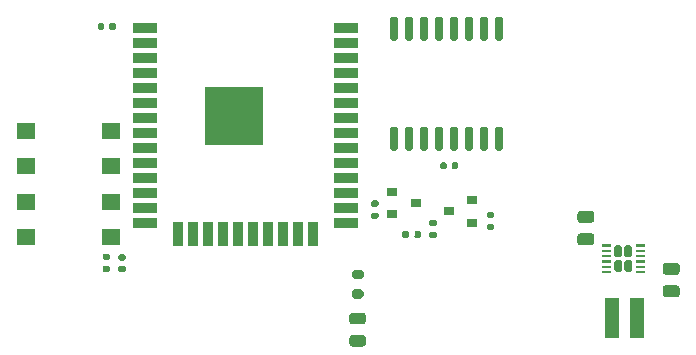
<source format=gtp>
%TF.GenerationSoftware,KiCad,Pcbnew,5.1.10-6.fc33*%
%TF.CreationDate,2021-10-21T00:53:11-07:00*%
%TF.ProjectId,esp32_7seg_alarm_clock_controller,65737033-325f-4377-9365-675f616c6172,rev?*%
%TF.SameCoordinates,Original*%
%TF.FileFunction,Paste,Top*%
%TF.FilePolarity,Positive*%
%FSLAX46Y46*%
G04 Gerber Fmt 4.6, Leading zero omitted, Abs format (unit mm)*
G04 Created by KiCad (PCBNEW 5.1.10-6.fc33) date 2021-10-21 00:53:11*
%MOMM*%
%LPD*%
G01*
G04 APERTURE LIST*
%ADD10R,1.300000X3.400000*%
%ADD11R,0.900000X0.800000*%
%ADD12R,1.600000X1.400000*%
%ADD13R,5.000000X5.000000*%
%ADD14R,2.000000X0.900000*%
%ADD15R,0.900000X2.000000*%
G04 APERTURE END LIST*
%TO.C,C1*%
G36*
G01*
X109695000Y-122460000D02*
X109355000Y-122460000D01*
G75*
G02*
X109215000Y-122320000I0J140000D01*
G01*
X109215000Y-122040000D01*
G75*
G02*
X109355000Y-121900000I140000J0D01*
G01*
X109695000Y-121900000D01*
G75*
G02*
X109835000Y-122040000I0J-140000D01*
G01*
X109835000Y-122320000D01*
G75*
G02*
X109695000Y-122460000I-140000J0D01*
G01*
G37*
G36*
G01*
X109695000Y-121500000D02*
X109355000Y-121500000D01*
G75*
G02*
X109215000Y-121360000I0J140000D01*
G01*
X109215000Y-121080000D01*
G75*
G02*
X109355000Y-120940000I140000J0D01*
G01*
X109695000Y-120940000D01*
G75*
G02*
X109835000Y-121080000I0J-140000D01*
G01*
X109835000Y-121360000D01*
G75*
G02*
X109695000Y-121500000I-140000J0D01*
G01*
G37*
%TD*%
%TO.C,C2*%
G36*
G01*
X137425000Y-113620000D02*
X137425000Y-113280000D01*
G75*
G02*
X137565000Y-113140000I140000J0D01*
G01*
X137845000Y-113140000D01*
G75*
G02*
X137985000Y-113280000I0J-140000D01*
G01*
X137985000Y-113620000D01*
G75*
G02*
X137845000Y-113760000I-140000J0D01*
G01*
X137565000Y-113760000D01*
G75*
G02*
X137425000Y-113620000I0J140000D01*
G01*
G37*
G36*
G01*
X136465000Y-113620000D02*
X136465000Y-113280000D01*
G75*
G02*
X136605000Y-113140000I140000J0D01*
G01*
X136885000Y-113140000D01*
G75*
G02*
X137025000Y-113280000I0J-140000D01*
G01*
X137025000Y-113620000D01*
G75*
G02*
X136885000Y-113760000I-140000J0D01*
G01*
X136605000Y-113760000D01*
G75*
G02*
X136465000Y-113620000I0J140000D01*
G01*
G37*
%TD*%
%TO.C,C3*%
G36*
G01*
X108985000Y-101480000D02*
X108985000Y-101820000D01*
G75*
G02*
X108845000Y-101960000I-140000J0D01*
G01*
X108565000Y-101960000D01*
G75*
G02*
X108425000Y-101820000I0J140000D01*
G01*
X108425000Y-101480000D01*
G75*
G02*
X108565000Y-101340000I140000J0D01*
G01*
X108845000Y-101340000D01*
G75*
G02*
X108985000Y-101480000I0J-140000D01*
G01*
G37*
G36*
G01*
X108025000Y-101480000D02*
X108025000Y-101820000D01*
G75*
G02*
X107885000Y-101960000I-140000J0D01*
G01*
X107605000Y-101960000D01*
G75*
G02*
X107465000Y-101820000I0J140000D01*
G01*
X107465000Y-101480000D01*
G75*
G02*
X107605000Y-101340000I140000J0D01*
G01*
X107885000Y-101340000D01*
G75*
G02*
X108025000Y-101480000I0J-140000D01*
G01*
G37*
%TD*%
%TO.C,C4*%
G36*
G01*
X149275000Y-118275000D02*
X148325000Y-118275000D01*
G75*
G02*
X148075000Y-118025000I0J250000D01*
G01*
X148075000Y-117525000D01*
G75*
G02*
X148325000Y-117275000I250000J0D01*
G01*
X149275000Y-117275000D01*
G75*
G02*
X149525000Y-117525000I0J-250000D01*
G01*
X149525000Y-118025000D01*
G75*
G02*
X149275000Y-118275000I-250000J0D01*
G01*
G37*
G36*
G01*
X149275000Y-120175000D02*
X148325000Y-120175000D01*
G75*
G02*
X148075000Y-119925000I0J250000D01*
G01*
X148075000Y-119425000D01*
G75*
G02*
X148325000Y-119175000I250000J0D01*
G01*
X149275000Y-119175000D01*
G75*
G02*
X149525000Y-119425000I0J-250000D01*
G01*
X149525000Y-119925000D01*
G75*
G02*
X149275000Y-120175000I-250000J0D01*
G01*
G37*
%TD*%
%TO.C,C5*%
G36*
G01*
X156500000Y-124575000D02*
X155550000Y-124575000D01*
G75*
G02*
X155300000Y-124325000I0J250000D01*
G01*
X155300000Y-123825000D01*
G75*
G02*
X155550000Y-123575000I250000J0D01*
G01*
X156500000Y-123575000D01*
G75*
G02*
X156750000Y-123825000I0J-250000D01*
G01*
X156750000Y-124325000D01*
G75*
G02*
X156500000Y-124575000I-250000J0D01*
G01*
G37*
G36*
G01*
X156500000Y-122675000D02*
X155550000Y-122675000D01*
G75*
G02*
X155300000Y-122425000I0J250000D01*
G01*
X155300000Y-121925000D01*
G75*
G02*
X155550000Y-121675000I250000J0D01*
G01*
X156500000Y-121675000D01*
G75*
G02*
X156750000Y-121925000I0J-250000D01*
G01*
X156750000Y-122425000D01*
G75*
G02*
X156500000Y-122675000I-250000J0D01*
G01*
G37*
%TD*%
%TO.C,D1*%
G36*
G01*
X129931250Y-128750000D02*
X129018750Y-128750000D01*
G75*
G02*
X128775000Y-128506250I0J243750D01*
G01*
X128775000Y-128018750D01*
G75*
G02*
X129018750Y-127775000I243750J0D01*
G01*
X129931250Y-127775000D01*
G75*
G02*
X130175000Y-128018750I0J-243750D01*
G01*
X130175000Y-128506250D01*
G75*
G02*
X129931250Y-128750000I-243750J0D01*
G01*
G37*
G36*
G01*
X129931250Y-126875000D02*
X129018750Y-126875000D01*
G75*
G02*
X128775000Y-126631250I0J243750D01*
G01*
X128775000Y-126143750D01*
G75*
G02*
X129018750Y-125900000I243750J0D01*
G01*
X129931250Y-125900000D01*
G75*
G02*
X130175000Y-126143750I0J-243750D01*
G01*
X130175000Y-126631250D01*
G75*
G02*
X129931250Y-126875000I-243750J0D01*
G01*
G37*
%TD*%
D10*
%TO.C,L1*%
X151025000Y-126325000D03*
X153125000Y-126325000D03*
%TD*%
D11*
%TO.C,Q1*%
X134400000Y-116600000D03*
X132400000Y-117550000D03*
X132400000Y-115650000D03*
%TD*%
%TO.C,Q2*%
X139200000Y-118250000D03*
X139200000Y-116350000D03*
X137200000Y-117300000D03*
%TD*%
%TO.C,R1*%
G36*
G01*
X108385000Y-122455000D02*
X108015000Y-122455000D01*
G75*
G02*
X107880000Y-122320000I0J135000D01*
G01*
X107880000Y-122050000D01*
G75*
G02*
X108015000Y-121915000I135000J0D01*
G01*
X108385000Y-121915000D01*
G75*
G02*
X108520000Y-122050000I0J-135000D01*
G01*
X108520000Y-122320000D01*
G75*
G02*
X108385000Y-122455000I-135000J0D01*
G01*
G37*
G36*
G01*
X108385000Y-121435000D02*
X108015000Y-121435000D01*
G75*
G02*
X107880000Y-121300000I0J135000D01*
G01*
X107880000Y-121030000D01*
G75*
G02*
X108015000Y-120895000I135000J0D01*
G01*
X108385000Y-120895000D01*
G75*
G02*
X108520000Y-121030000I0J-135000D01*
G01*
X108520000Y-121300000D01*
G75*
G02*
X108385000Y-121435000I-135000J0D01*
G01*
G37*
%TD*%
%TO.C,R2*%
G36*
G01*
X129775000Y-124700000D02*
X129225000Y-124700000D01*
G75*
G02*
X129025000Y-124500000I0J200000D01*
G01*
X129025000Y-124100000D01*
G75*
G02*
X129225000Y-123900000I200000J0D01*
G01*
X129775000Y-123900000D01*
G75*
G02*
X129975000Y-124100000I0J-200000D01*
G01*
X129975000Y-124500000D01*
G75*
G02*
X129775000Y-124700000I-200000J0D01*
G01*
G37*
G36*
G01*
X129775000Y-123050000D02*
X129225000Y-123050000D01*
G75*
G02*
X129025000Y-122850000I0J200000D01*
G01*
X129025000Y-122450000D01*
G75*
G02*
X129225000Y-122250000I200000J0D01*
G01*
X129775000Y-122250000D01*
G75*
G02*
X129975000Y-122450000I0J-200000D01*
G01*
X129975000Y-122850000D01*
G75*
G02*
X129775000Y-123050000I-200000J0D01*
G01*
G37*
%TD*%
%TO.C,R3*%
G36*
G01*
X130740000Y-116385000D02*
X131110000Y-116385000D01*
G75*
G02*
X131245000Y-116520000I0J-135000D01*
G01*
X131245000Y-116790000D01*
G75*
G02*
X131110000Y-116925000I-135000J0D01*
G01*
X130740000Y-116925000D01*
G75*
G02*
X130605000Y-116790000I0J135000D01*
G01*
X130605000Y-116520000D01*
G75*
G02*
X130740000Y-116385000I135000J0D01*
G01*
G37*
G36*
G01*
X130740000Y-117405000D02*
X131110000Y-117405000D01*
G75*
G02*
X131245000Y-117540000I0J-135000D01*
G01*
X131245000Y-117810000D01*
G75*
G02*
X131110000Y-117945000I-135000J0D01*
G01*
X130740000Y-117945000D01*
G75*
G02*
X130605000Y-117810000I0J135000D01*
G01*
X130605000Y-117540000D01*
G75*
G02*
X130740000Y-117405000I135000J0D01*
G01*
G37*
%TD*%
%TO.C,R4*%
G36*
G01*
X140910000Y-117885000D02*
X140540000Y-117885000D01*
G75*
G02*
X140405000Y-117750000I0J135000D01*
G01*
X140405000Y-117480000D01*
G75*
G02*
X140540000Y-117345000I135000J0D01*
G01*
X140910000Y-117345000D01*
G75*
G02*
X141045000Y-117480000I0J-135000D01*
G01*
X141045000Y-117750000D01*
G75*
G02*
X140910000Y-117885000I-135000J0D01*
G01*
G37*
G36*
G01*
X140910000Y-118905000D02*
X140540000Y-118905000D01*
G75*
G02*
X140405000Y-118770000I0J135000D01*
G01*
X140405000Y-118500000D01*
G75*
G02*
X140540000Y-118365000I135000J0D01*
G01*
X140910000Y-118365000D01*
G75*
G02*
X141045000Y-118500000I0J-135000D01*
G01*
X141045000Y-118770000D01*
G75*
G02*
X140910000Y-118905000I-135000J0D01*
G01*
G37*
%TD*%
%TO.C,R5*%
G36*
G01*
X133810000Y-119065000D02*
X133810000Y-119435000D01*
G75*
G02*
X133675000Y-119570000I-135000J0D01*
G01*
X133405000Y-119570000D01*
G75*
G02*
X133270000Y-119435000I0J135000D01*
G01*
X133270000Y-119065000D01*
G75*
G02*
X133405000Y-118930000I135000J0D01*
G01*
X133675000Y-118930000D01*
G75*
G02*
X133810000Y-119065000I0J-135000D01*
G01*
G37*
G36*
G01*
X134830000Y-119065000D02*
X134830000Y-119435000D01*
G75*
G02*
X134695000Y-119570000I-135000J0D01*
G01*
X134425000Y-119570000D01*
G75*
G02*
X134290000Y-119435000I0J135000D01*
G01*
X134290000Y-119065000D01*
G75*
G02*
X134425000Y-118930000I135000J0D01*
G01*
X134695000Y-118930000D01*
G75*
G02*
X134830000Y-119065000I0J-135000D01*
G01*
G37*
%TD*%
%TO.C,R6*%
G36*
G01*
X136060000Y-119580000D02*
X135690000Y-119580000D01*
G75*
G02*
X135555000Y-119445000I0J135000D01*
G01*
X135555000Y-119175000D01*
G75*
G02*
X135690000Y-119040000I135000J0D01*
G01*
X136060000Y-119040000D01*
G75*
G02*
X136195000Y-119175000I0J-135000D01*
G01*
X136195000Y-119445000D01*
G75*
G02*
X136060000Y-119580000I-135000J0D01*
G01*
G37*
G36*
G01*
X136060000Y-118560000D02*
X135690000Y-118560000D01*
G75*
G02*
X135555000Y-118425000I0J135000D01*
G01*
X135555000Y-118155000D01*
G75*
G02*
X135690000Y-118020000I135000J0D01*
G01*
X136060000Y-118020000D01*
G75*
G02*
X136195000Y-118155000I0J-135000D01*
G01*
X136195000Y-118425000D01*
G75*
G02*
X136060000Y-118560000I-135000J0D01*
G01*
G37*
%TD*%
D12*
%TO.C,SW1*%
X101400000Y-113500000D03*
X108600000Y-113500000D03*
X101400000Y-110500000D03*
X108600000Y-110500000D03*
%TD*%
%TO.C,SW2*%
X108600000Y-116500000D03*
X101400000Y-116500000D03*
X108600000Y-119500000D03*
X101400000Y-119500000D03*
%TD*%
%TO.C,U1*%
G36*
G01*
X132705000Y-112175000D02*
X132405000Y-112175000D01*
G75*
G02*
X132255000Y-112025000I0J150000D01*
G01*
X132255000Y-110275000D01*
G75*
G02*
X132405000Y-110125000I150000J0D01*
G01*
X132705000Y-110125000D01*
G75*
G02*
X132855000Y-110275000I0J-150000D01*
G01*
X132855000Y-112025000D01*
G75*
G02*
X132705000Y-112175000I-150000J0D01*
G01*
G37*
G36*
G01*
X133975000Y-112175000D02*
X133675000Y-112175000D01*
G75*
G02*
X133525000Y-112025000I0J150000D01*
G01*
X133525000Y-110275000D01*
G75*
G02*
X133675000Y-110125000I150000J0D01*
G01*
X133975000Y-110125000D01*
G75*
G02*
X134125000Y-110275000I0J-150000D01*
G01*
X134125000Y-112025000D01*
G75*
G02*
X133975000Y-112175000I-150000J0D01*
G01*
G37*
G36*
G01*
X135245000Y-112175000D02*
X134945000Y-112175000D01*
G75*
G02*
X134795000Y-112025000I0J150000D01*
G01*
X134795000Y-110275000D01*
G75*
G02*
X134945000Y-110125000I150000J0D01*
G01*
X135245000Y-110125000D01*
G75*
G02*
X135395000Y-110275000I0J-150000D01*
G01*
X135395000Y-112025000D01*
G75*
G02*
X135245000Y-112175000I-150000J0D01*
G01*
G37*
G36*
G01*
X136515000Y-112175000D02*
X136215000Y-112175000D01*
G75*
G02*
X136065000Y-112025000I0J150000D01*
G01*
X136065000Y-110275000D01*
G75*
G02*
X136215000Y-110125000I150000J0D01*
G01*
X136515000Y-110125000D01*
G75*
G02*
X136665000Y-110275000I0J-150000D01*
G01*
X136665000Y-112025000D01*
G75*
G02*
X136515000Y-112175000I-150000J0D01*
G01*
G37*
G36*
G01*
X137785000Y-112175000D02*
X137485000Y-112175000D01*
G75*
G02*
X137335000Y-112025000I0J150000D01*
G01*
X137335000Y-110275000D01*
G75*
G02*
X137485000Y-110125000I150000J0D01*
G01*
X137785000Y-110125000D01*
G75*
G02*
X137935000Y-110275000I0J-150000D01*
G01*
X137935000Y-112025000D01*
G75*
G02*
X137785000Y-112175000I-150000J0D01*
G01*
G37*
G36*
G01*
X139055000Y-112175000D02*
X138755000Y-112175000D01*
G75*
G02*
X138605000Y-112025000I0J150000D01*
G01*
X138605000Y-110275000D01*
G75*
G02*
X138755000Y-110125000I150000J0D01*
G01*
X139055000Y-110125000D01*
G75*
G02*
X139205000Y-110275000I0J-150000D01*
G01*
X139205000Y-112025000D01*
G75*
G02*
X139055000Y-112175000I-150000J0D01*
G01*
G37*
G36*
G01*
X140325000Y-112175000D02*
X140025000Y-112175000D01*
G75*
G02*
X139875000Y-112025000I0J150000D01*
G01*
X139875000Y-110275000D01*
G75*
G02*
X140025000Y-110125000I150000J0D01*
G01*
X140325000Y-110125000D01*
G75*
G02*
X140475000Y-110275000I0J-150000D01*
G01*
X140475000Y-112025000D01*
G75*
G02*
X140325000Y-112175000I-150000J0D01*
G01*
G37*
G36*
G01*
X141595000Y-112175000D02*
X141295000Y-112175000D01*
G75*
G02*
X141145000Y-112025000I0J150000D01*
G01*
X141145000Y-110275000D01*
G75*
G02*
X141295000Y-110125000I150000J0D01*
G01*
X141595000Y-110125000D01*
G75*
G02*
X141745000Y-110275000I0J-150000D01*
G01*
X141745000Y-112025000D01*
G75*
G02*
X141595000Y-112175000I-150000J0D01*
G01*
G37*
G36*
G01*
X141595000Y-102875000D02*
X141295000Y-102875000D01*
G75*
G02*
X141145000Y-102725000I0J150000D01*
G01*
X141145000Y-100975000D01*
G75*
G02*
X141295000Y-100825000I150000J0D01*
G01*
X141595000Y-100825000D01*
G75*
G02*
X141745000Y-100975000I0J-150000D01*
G01*
X141745000Y-102725000D01*
G75*
G02*
X141595000Y-102875000I-150000J0D01*
G01*
G37*
G36*
G01*
X140325000Y-102875000D02*
X140025000Y-102875000D01*
G75*
G02*
X139875000Y-102725000I0J150000D01*
G01*
X139875000Y-100975000D01*
G75*
G02*
X140025000Y-100825000I150000J0D01*
G01*
X140325000Y-100825000D01*
G75*
G02*
X140475000Y-100975000I0J-150000D01*
G01*
X140475000Y-102725000D01*
G75*
G02*
X140325000Y-102875000I-150000J0D01*
G01*
G37*
G36*
G01*
X139055000Y-102875000D02*
X138755000Y-102875000D01*
G75*
G02*
X138605000Y-102725000I0J150000D01*
G01*
X138605000Y-100975000D01*
G75*
G02*
X138755000Y-100825000I150000J0D01*
G01*
X139055000Y-100825000D01*
G75*
G02*
X139205000Y-100975000I0J-150000D01*
G01*
X139205000Y-102725000D01*
G75*
G02*
X139055000Y-102875000I-150000J0D01*
G01*
G37*
G36*
G01*
X137785000Y-102875000D02*
X137485000Y-102875000D01*
G75*
G02*
X137335000Y-102725000I0J150000D01*
G01*
X137335000Y-100975000D01*
G75*
G02*
X137485000Y-100825000I150000J0D01*
G01*
X137785000Y-100825000D01*
G75*
G02*
X137935000Y-100975000I0J-150000D01*
G01*
X137935000Y-102725000D01*
G75*
G02*
X137785000Y-102875000I-150000J0D01*
G01*
G37*
G36*
G01*
X136515000Y-102875000D02*
X136215000Y-102875000D01*
G75*
G02*
X136065000Y-102725000I0J150000D01*
G01*
X136065000Y-100975000D01*
G75*
G02*
X136215000Y-100825000I150000J0D01*
G01*
X136515000Y-100825000D01*
G75*
G02*
X136665000Y-100975000I0J-150000D01*
G01*
X136665000Y-102725000D01*
G75*
G02*
X136515000Y-102875000I-150000J0D01*
G01*
G37*
G36*
G01*
X135245000Y-102875000D02*
X134945000Y-102875000D01*
G75*
G02*
X134795000Y-102725000I0J150000D01*
G01*
X134795000Y-100975000D01*
G75*
G02*
X134945000Y-100825000I150000J0D01*
G01*
X135245000Y-100825000D01*
G75*
G02*
X135395000Y-100975000I0J-150000D01*
G01*
X135395000Y-102725000D01*
G75*
G02*
X135245000Y-102875000I-150000J0D01*
G01*
G37*
G36*
G01*
X133975000Y-102875000D02*
X133675000Y-102875000D01*
G75*
G02*
X133525000Y-102725000I0J150000D01*
G01*
X133525000Y-100975000D01*
G75*
G02*
X133675000Y-100825000I150000J0D01*
G01*
X133975000Y-100825000D01*
G75*
G02*
X134125000Y-100975000I0J-150000D01*
G01*
X134125000Y-102725000D01*
G75*
G02*
X133975000Y-102875000I-150000J0D01*
G01*
G37*
G36*
G01*
X132705000Y-102875000D02*
X132405000Y-102875000D01*
G75*
G02*
X132255000Y-102725000I0J150000D01*
G01*
X132255000Y-100975000D01*
G75*
G02*
X132405000Y-100825000I150000J0D01*
G01*
X132705000Y-100825000D01*
G75*
G02*
X132855000Y-100975000I0J-150000D01*
G01*
X132855000Y-102725000D01*
G75*
G02*
X132705000Y-102875000I-150000J0D01*
G01*
G37*
%TD*%
D13*
%TO.C,U2*%
X119000000Y-109245000D03*
D14*
X111500000Y-101745000D03*
X111500000Y-103015000D03*
X111500000Y-104285000D03*
X111500000Y-105555000D03*
X111500000Y-106825000D03*
X111500000Y-108095000D03*
X111500000Y-109365000D03*
X111500000Y-110635000D03*
X111500000Y-111905000D03*
X111500000Y-113175000D03*
X111500000Y-114445000D03*
X111500000Y-115715000D03*
X111500000Y-116985000D03*
X111500000Y-118255000D03*
D15*
X114285000Y-119255000D03*
X115555000Y-119255000D03*
X116825000Y-119255000D03*
X118095000Y-119255000D03*
X119365000Y-119255000D03*
X120635000Y-119255000D03*
X121905000Y-119255000D03*
X123175000Y-119255000D03*
X124445000Y-119255000D03*
X125715000Y-119255000D03*
D14*
X128500000Y-118255000D03*
X128500000Y-116985000D03*
X128500000Y-115715000D03*
X128500000Y-114445000D03*
X128500000Y-113175000D03*
X128500000Y-111905000D03*
X128500000Y-110635000D03*
X128500000Y-109365000D03*
X128500000Y-108095000D03*
X128500000Y-106825000D03*
X128500000Y-105555000D03*
X128500000Y-104285000D03*
X128500000Y-103015000D03*
X128500000Y-101745000D03*
%TD*%
%TO.C,U3*%
G36*
G01*
X153825000Y-122400000D02*
X153825000Y-122500000D01*
G75*
G02*
X153775000Y-122550000I-50000J0D01*
G01*
X153075000Y-122550000D01*
G75*
G02*
X153025000Y-122500000I0J50000D01*
G01*
X153025000Y-122400000D01*
G75*
G02*
X153075000Y-122350000I50000J0D01*
G01*
X153775000Y-122350000D01*
G75*
G02*
X153825000Y-122400000I0J-50000D01*
G01*
G37*
G36*
G01*
X153825000Y-121950000D02*
X153825000Y-122050000D01*
G75*
G02*
X153775000Y-122100000I-50000J0D01*
G01*
X153075000Y-122100000D01*
G75*
G02*
X153025000Y-122050000I0J50000D01*
G01*
X153025000Y-121950000D01*
G75*
G02*
X153075000Y-121900000I50000J0D01*
G01*
X153775000Y-121900000D01*
G75*
G02*
X153825000Y-121950000I0J-50000D01*
G01*
G37*
G36*
G01*
X153825000Y-121500000D02*
X153825000Y-121600000D01*
G75*
G02*
X153775000Y-121650000I-50000J0D01*
G01*
X153075000Y-121650000D01*
G75*
G02*
X153025000Y-121600000I0J50000D01*
G01*
X153025000Y-121500000D01*
G75*
G02*
X153075000Y-121450000I50000J0D01*
G01*
X153775000Y-121450000D01*
G75*
G02*
X153825000Y-121500000I0J-50000D01*
G01*
G37*
G36*
G01*
X153825000Y-121050000D02*
X153825000Y-121150000D01*
G75*
G02*
X153775000Y-121200000I-50000J0D01*
G01*
X153075000Y-121200000D01*
G75*
G02*
X153025000Y-121150000I0J50000D01*
G01*
X153025000Y-121050000D01*
G75*
G02*
X153075000Y-121000000I50000J0D01*
G01*
X153775000Y-121000000D01*
G75*
G02*
X153825000Y-121050000I0J-50000D01*
G01*
G37*
G36*
G01*
X153825000Y-120600000D02*
X153825000Y-120700000D01*
G75*
G02*
X153775000Y-120750000I-50000J0D01*
G01*
X153075000Y-120750000D01*
G75*
G02*
X153025000Y-120700000I0J50000D01*
G01*
X153025000Y-120600000D01*
G75*
G02*
X153075000Y-120550000I50000J0D01*
G01*
X153775000Y-120550000D01*
G75*
G02*
X153825000Y-120600000I0J-50000D01*
G01*
G37*
G36*
G01*
X153825000Y-120150000D02*
X153825000Y-120250000D01*
G75*
G02*
X153775000Y-120300000I-50000J0D01*
G01*
X153075000Y-120300000D01*
G75*
G02*
X153025000Y-120250000I0J50000D01*
G01*
X153025000Y-120150000D01*
G75*
G02*
X153075000Y-120100000I50000J0D01*
G01*
X153775000Y-120100000D01*
G75*
G02*
X153825000Y-120150000I0J-50000D01*
G01*
G37*
G36*
G01*
X150925000Y-120150000D02*
X150925000Y-120250000D01*
G75*
G02*
X150875000Y-120300000I-50000J0D01*
G01*
X150175000Y-120300000D01*
G75*
G02*
X150125000Y-120250000I0J50000D01*
G01*
X150125000Y-120150000D01*
G75*
G02*
X150175000Y-120100000I50000J0D01*
G01*
X150875000Y-120100000D01*
G75*
G02*
X150925000Y-120150000I0J-50000D01*
G01*
G37*
G36*
G01*
X150925000Y-120600000D02*
X150925000Y-120700000D01*
G75*
G02*
X150875000Y-120750000I-50000J0D01*
G01*
X150175000Y-120750000D01*
G75*
G02*
X150125000Y-120700000I0J50000D01*
G01*
X150125000Y-120600000D01*
G75*
G02*
X150175000Y-120550000I50000J0D01*
G01*
X150875000Y-120550000D01*
G75*
G02*
X150925000Y-120600000I0J-50000D01*
G01*
G37*
G36*
G01*
X150925000Y-121050000D02*
X150925000Y-121150000D01*
G75*
G02*
X150875000Y-121200000I-50000J0D01*
G01*
X150175000Y-121200000D01*
G75*
G02*
X150125000Y-121150000I0J50000D01*
G01*
X150125000Y-121050000D01*
G75*
G02*
X150175000Y-121000000I50000J0D01*
G01*
X150875000Y-121000000D01*
G75*
G02*
X150925000Y-121050000I0J-50000D01*
G01*
G37*
G36*
G01*
X150925000Y-121500000D02*
X150925000Y-121600000D01*
G75*
G02*
X150875000Y-121650000I-50000J0D01*
G01*
X150175000Y-121650000D01*
G75*
G02*
X150125000Y-121600000I0J50000D01*
G01*
X150125000Y-121500000D01*
G75*
G02*
X150175000Y-121450000I50000J0D01*
G01*
X150875000Y-121450000D01*
G75*
G02*
X150925000Y-121500000I0J-50000D01*
G01*
G37*
G36*
G01*
X150925000Y-121950000D02*
X150925000Y-122050000D01*
G75*
G02*
X150875000Y-122100000I-50000J0D01*
G01*
X150175000Y-122100000D01*
G75*
G02*
X150125000Y-122050000I0J50000D01*
G01*
X150125000Y-121950000D01*
G75*
G02*
X150175000Y-121900000I50000J0D01*
G01*
X150875000Y-121900000D01*
G75*
G02*
X150925000Y-121950000I0J-50000D01*
G01*
G37*
G36*
G01*
X150925000Y-122400000D02*
X150925000Y-122500000D01*
G75*
G02*
X150875000Y-122550000I-50000J0D01*
G01*
X150175000Y-122550000D01*
G75*
G02*
X150125000Y-122500000I0J50000D01*
G01*
X150125000Y-122400000D01*
G75*
G02*
X150175000Y-122350000I50000J0D01*
G01*
X150875000Y-122350000D01*
G75*
G02*
X150925000Y-122400000I0J-50000D01*
G01*
G37*
G36*
G01*
X152745000Y-121617500D02*
X152745000Y-122282500D01*
G75*
G02*
X152572500Y-122455000I-172500J0D01*
G01*
X152227500Y-122455000D01*
G75*
G02*
X152055000Y-122282500I0J172500D01*
G01*
X152055000Y-121617500D01*
G75*
G02*
X152227500Y-121445000I172500J0D01*
G01*
X152572500Y-121445000D01*
G75*
G02*
X152745000Y-121617500I0J-172500D01*
G01*
G37*
G36*
G01*
X152745000Y-120367500D02*
X152745000Y-121032500D01*
G75*
G02*
X152572500Y-121205000I-172500J0D01*
G01*
X152227500Y-121205000D01*
G75*
G02*
X152055000Y-121032500I0J172500D01*
G01*
X152055000Y-120367500D01*
G75*
G02*
X152227500Y-120195000I172500J0D01*
G01*
X152572500Y-120195000D01*
G75*
G02*
X152745000Y-120367500I0J-172500D01*
G01*
G37*
G36*
G01*
X151895000Y-121617500D02*
X151895000Y-122282500D01*
G75*
G02*
X151722500Y-122455000I-172500J0D01*
G01*
X151377500Y-122455000D01*
G75*
G02*
X151205000Y-122282500I0J172500D01*
G01*
X151205000Y-121617500D01*
G75*
G02*
X151377500Y-121445000I172500J0D01*
G01*
X151722500Y-121445000D01*
G75*
G02*
X151895000Y-121617500I0J-172500D01*
G01*
G37*
G36*
G01*
X151895000Y-120367500D02*
X151895000Y-121032500D01*
G75*
G02*
X151722500Y-121205000I-172500J0D01*
G01*
X151377500Y-121205000D01*
G75*
G02*
X151205000Y-121032500I0J172500D01*
G01*
X151205000Y-120367500D01*
G75*
G02*
X151377500Y-120195000I172500J0D01*
G01*
X151722500Y-120195000D01*
G75*
G02*
X151895000Y-120367500I0J-172500D01*
G01*
G37*
%TD*%
M02*

</source>
